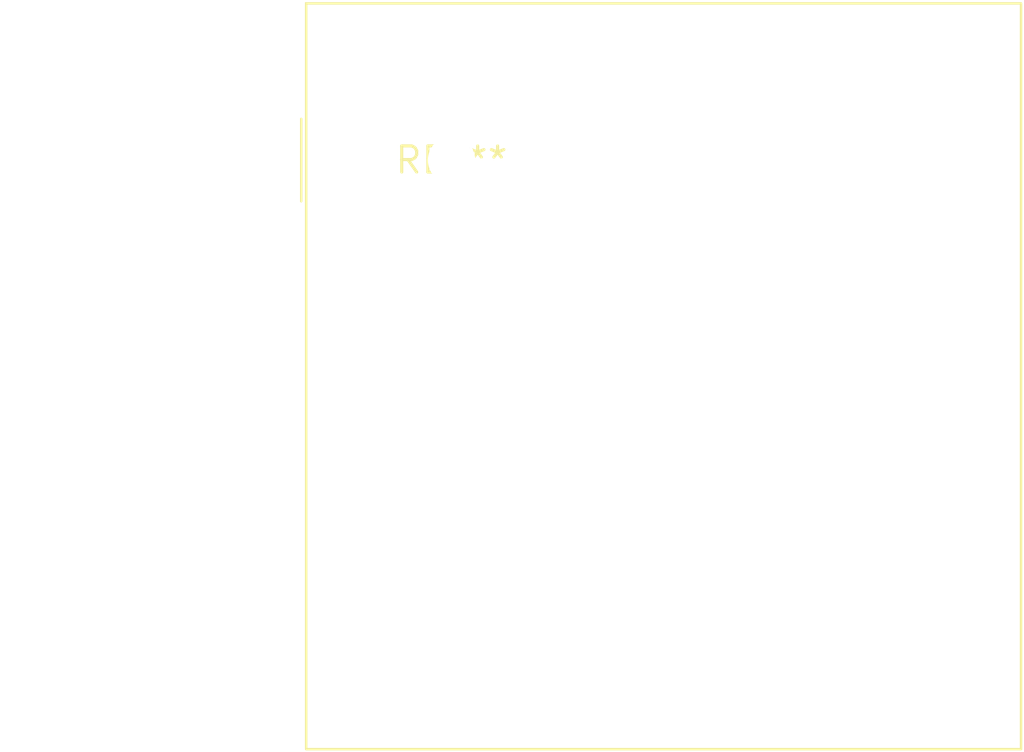
<source format=kicad_pcb>
(kicad_pcb (version 20240108) (generator pcbnew)
  (layers (0 "F.Cu" signal) (31 "B.Cu" signal) (34 "B.Paste" user) (35 "F.Paste" user) (36 "B.SilkS" user "B.Silkscreen") (37 "F.SilkS" user "F.Silkscreen") (38 "B.Mask" user) (39 "F.Mask" user) (44 "Edge.Cuts" user))
  (net 0 "")
  (footprint "L_Wurth_WE-HCFT-3533_LeadDiameter1.8mm" (layer "F.Cu") (at 0 0)
    (property "Reference" "REF**")
    (property "Value" "L_Wurth_WE-HCFT-3533_LeadDiameter1.8mm")
    (fp_line (start -7.3 -2) (end -7.3 2) (layer "F.SilkS") (stroke (width 0.12)))
    (fp_rect (start -7.06 -7.61) (end 27.66 28.61) (layer "F.SilkS") (stroke (width 0.12)) (fill none))
    (pad "" thru_hole circle (at 0 21) (size 3.45 3.45) (drill 2.3) (layers *.Cu *.Mask) (remove_unused_layers))
    (pad "" thru_hole circle (at 20.6 0) (size 3.45 3.45) (drill 2.3) (layers *.Cu *.Mask) (remove_unused_layers))
    (pad "1" thru_hole rect (at 0 0) (size 3.45 3.45) (drill 2.3) (layers *.Cu *.Mask) (remove_unused_layers))
    (pad "2" thru_hole circle (at 20.6 21) (size 3.45 3.45) (drill 2.3) (layers *.Cu *.Mask) (remove_unused_layers))
  )
)
</source>
